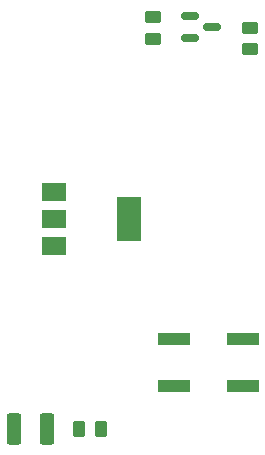
<source format=gbr>
%TF.GenerationSoftware,KiCad,Pcbnew,7.0.9-7.0.9~ubuntu20.04.1*%
%TF.CreationDate,2024-01-05T14:18:08+00:00*%
%TF.ProjectId,ESP01LEDDriver,45535030-314c-4454-9444-72697665722e,rev?*%
%TF.SameCoordinates,Original*%
%TF.FileFunction,Paste,Top*%
%TF.FilePolarity,Positive*%
%FSLAX46Y46*%
G04 Gerber Fmt 4.6, Leading zero omitted, Abs format (unit mm)*
G04 Created by KiCad (PCBNEW 7.0.9-7.0.9~ubuntu20.04.1) date 2024-01-05 14:18:08*
%MOMM*%
%LPD*%
G01*
G04 APERTURE LIST*
G04 Aperture macros list*
%AMRoundRect*
0 Rectangle with rounded corners*
0 $1 Rounding radius*
0 $2 $3 $4 $5 $6 $7 $8 $9 X,Y pos of 4 corners*
0 Add a 4 corners polygon primitive as box body*
4,1,4,$2,$3,$4,$5,$6,$7,$8,$9,$2,$3,0*
0 Add four circle primitives for the rounded corners*
1,1,$1+$1,$2,$3*
1,1,$1+$1,$4,$5*
1,1,$1+$1,$6,$7*
1,1,$1+$1,$8,$9*
0 Add four rect primitives between the rounded corners*
20,1,$1+$1,$2,$3,$4,$5,0*
20,1,$1+$1,$4,$5,$6,$7,0*
20,1,$1+$1,$6,$7,$8,$9,0*
20,1,$1+$1,$8,$9,$2,$3,0*%
G04 Aperture macros list end*
%ADD10RoundRect,0.250000X-0.262500X-0.450000X0.262500X-0.450000X0.262500X0.450000X-0.262500X0.450000X0*%
%ADD11RoundRect,0.150000X-0.587500X-0.150000X0.587500X-0.150000X0.587500X0.150000X-0.587500X0.150000X0*%
%ADD12RoundRect,0.250000X0.450000X-0.262500X0.450000X0.262500X-0.450000X0.262500X-0.450000X-0.262500X0*%
%ADD13R,2.800000X1.000000*%
%ADD14RoundRect,0.250000X0.375000X1.075000X-0.375000X1.075000X-0.375000X-1.075000X0.375000X-1.075000X0*%
%ADD15RoundRect,0.250000X-0.450000X0.262500X-0.450000X-0.262500X0.450000X-0.262500X0.450000X0.262500X0*%
%ADD16R,2.000000X1.500000*%
%ADD17R,2.000000X3.800000*%
G04 APERTURE END LIST*
D10*
%TO.C,R3*%
X36422500Y-59690000D03*
X38247500Y-59690000D03*
%TD*%
D11*
%TO.C,Q1*%
X45783500Y-24765000D03*
X45783500Y-26665000D03*
X47658500Y-25715000D03*
%TD*%
D12*
%TO.C,R2*%
X50863500Y-27582500D03*
X50863500Y-25757500D03*
%TD*%
D13*
%TO.C,SW1*%
X44450000Y-52070000D03*
X50250000Y-52070000D03*
X44450000Y-56070000D03*
X50250000Y-56070000D03*
%TD*%
D14*
%TO.C,D1*%
X33655000Y-59690000D03*
X30855000Y-59690000D03*
%TD*%
D15*
%TO.C,R1*%
X42608500Y-24845000D03*
X42608500Y-26670000D03*
%TD*%
D16*
%TO.C,U1*%
X34275000Y-39650000D03*
X34275000Y-41950000D03*
D17*
X40575000Y-41950000D03*
D16*
X34275000Y-44250000D03*
%TD*%
M02*

</source>
